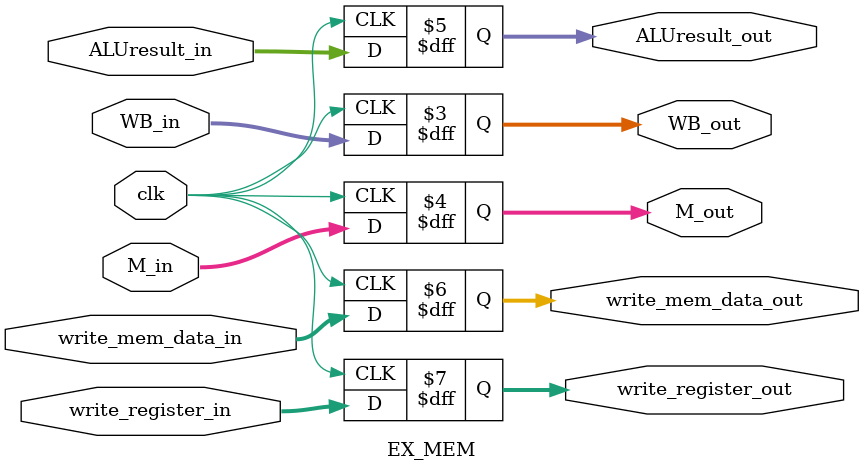
<source format=v>
module EX_MEM(
    input clk,
    input [1:0]WB_in,
    input [1:0]M_in,
    input [31:0]ALUresult_in,
    input [31:0]write_mem_data_in,
    input [4:0]write_register_in,

    output reg [1:0]WB_out,
    output reg [1:0]M_out,
    output reg [31:0]ALUresult_out,
    output reg [31:0]write_mem_data_out,
    output reg [4:0]write_register_out
);
initial begin
    WB_out = 2'b0;
    M_out = 2'b0;
    ALUresult_out = 32'b0;
    write_mem_data_out = 32'b0;
    write_register_out = 5'b0;
end

always @(posedge clk)begin
   WB_out = WB_in;
   M_out = M_in;
   ALUresult_out = ALUresult_in;
   write_mem_data_out = write_mem_data_in;
   write_register_out = write_register_in;
end

endmodule
</source>
